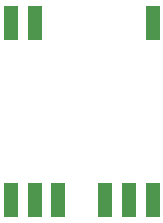
<source format=gbr>
G04 #@! TF.FileFunction,Paste,Bot*
%FSLAX46Y46*%
G04 Gerber Fmt 4.6, Leading zero omitted, Abs format (unit mm)*
G04 Created by KiCad (PCBNEW 4.0.7-e2-6376~61~ubuntu18.04.1) date Sun Jul  8 15:07:32 2018*
%MOMM*%
%LPD*%
G01*
G04 APERTURE LIST*
%ADD10C,0.100000*%
%ADD11R,1.198880X2.999740*%
G04 APERTURE END LIST*
D10*
D11*
X123500000Y-154996160D03*
X121498480Y-154996160D03*
X119499500Y-154996160D03*
X115501540Y-154996160D03*
X113502560Y-154996160D03*
X111501040Y-154996160D03*
X111501040Y-140000000D03*
X113502560Y-140000000D03*
X123500000Y-140000000D03*
M02*

</source>
